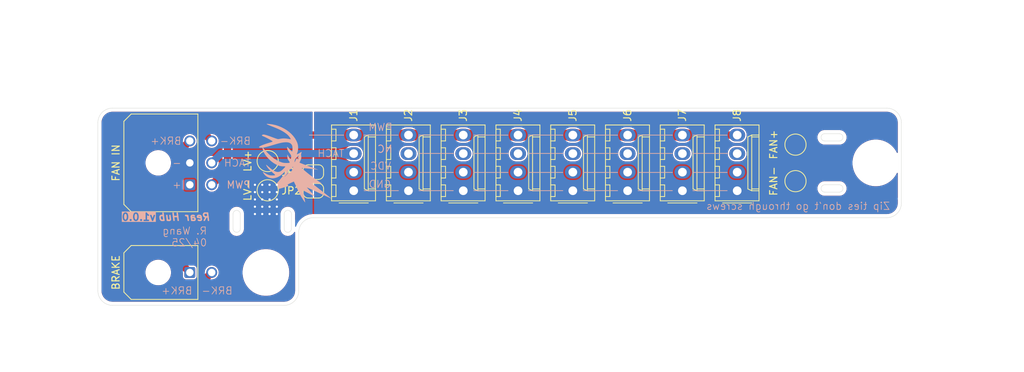
<source format=kicad_pcb>
(kicad_pcb (version 20240108) (generator "pcbnew") (generator_version "8.0")
  (layers (0 "F.Cu" signal) (31 "B.Cu" signal) (34 "B.Paste" user) (35 "F.Paste" user) (36 "B.SilkS" user "B.Silkscreen") (37 "F.SilkS" user "F.Silkscreen") (38 "B.Mask" user) (39 "F.Mask" user) (44 "Edge.Cuts" user))
  (net 0 "")
  (net 1 "GND")
  (net 2 "/TACH")
  (net 3 "/PWM")
  (net 4 "+VDC")
  (net 12 "PGND")
  (net 13 "+12V")
  (net 14 "/BRK-")
  (net 15 "/BRK+")
  (footprint "Connector_Molex:Molex_Micro-Fit_3.0_43045-0200_2x01_P3.00mm_Horizontal" (layer "F.Cu") (at 105.085 92.5 90)
    (property "Reference" "BRAKE" (at 0 -10.12 90) (layer "F.SilkS"))
    (property "Value" "Molex 43045-0200")
    (pad "" np_thru_hole circle (at 0 -4.32 90) (size 3 3) (drill 3) (layers "*.Cu" "*.Mask" "In1.Cu" "In2.Cu" "In3.Cu" "In4.Cu" "In5.Cu" "In6.Cu" "In7.Cu" "In8.Cu" "In9.Cu" "In10.Cu" "In11.Cu" "In12.Cu" "In13.Cu" "In14.Cu" "In15.Cu" "In16.Cu" "In17.Cu" "In18.Cu" "In19.Cu" "In20.Cu" "In21.Cu" "In22.Cu" "In23.Cu" "In24.Cu" "In25.Cu" "In26.Cu" "In27.Cu" "In28.Cu" "In29.Cu" "In30.Cu"))
    (pad "1" thru_hole roundrect (at 0 0 90) (size 1.5 1.5) (drill 1.02) (layers "*.Cu" "*.Mask" "In1.Cu" "In2.Cu" "In3.Cu" "In4.Cu" "In5.Cu" "In6.Cu" "In7.Cu" "In8.Cu" "In9.Cu" "In10.Cu" "In11.Cu" "In12.Cu" "In13.Cu" "In14.Cu" "In15.Cu" "In16.Cu" "In17.Cu" "In18.Cu" "In19.Cu" "In20.Cu" "In21.Cu" "In22.Cu" "In23.Cu" "In24.Cu" "In25.Cu" "In26.Cu" "In27.Cu" "In28.Cu" "In29.Cu" "In30.Cu") (roundrect_rratio 0.166667) (net 15 "/BRK+"))
    (pad "2" thru_hole circle (at 0 3 90) (size 1.5 1.5) (drill 1.02) (layers "*.Cu" "*.Mask" "In1.Cu" "In2.Cu" "In3.Cu" "In4.Cu" "In5.Cu" "In6.Cu" "In7.Cu" "In8.Cu" "In9.Cu" "In10.Cu" "In11.Cu" "In12.Cu" "In13.Cu" "In14.Cu" "In15.Cu" "In16.Cu" "In17.Cu" "In18.Cu" "In19.Cu" "In20.Cu" "In21.Cu" "In22.Cu" "In23.Cu" "In24.Cu" "In25.Cu" "In26.Cu" "In27.Cu" "In28.Cu" "In29.Cu" "In30.Cu") (net 14 "/BRK-"))
  )
  (footprint "MountingHole:MountingHole_3.2mm_M3_DIN965" (layer "F.Cu") (at 115.5 92.5)
    (property "Reference" "H1" (hide yes))
    (property "Value" "MountingHole")
    (pad "" np_thru_hole circle (at 0 0) (size 3.2 3.2) (drill 3.2) (layers "*.Cu" "*.Mask" "In1.Cu" "In2.Cu" "In3.Cu" "In4.Cu" "In5.Cu" "In6.Cu" "In7.Cu" "In8.Cu" "In9.Cu" "In10.Cu" "In11.Cu" "In12.Cu" "In13.Cu" "In14.Cu" "In15.Cu" "In16.Cu" "In17.Cu" "In18.Cu" "In19.Cu" "In20.Cu" "In21.Cu" "In22.Cu" "In23.Cu" "In24.Cu" "In25.Cu" "In26.Cu" "In27.Cu" "In28.Cu" "In29.Cu" "In30.Cu"))
  )
  (footprint "Connector_Molex:Molex_KK-254_AE-6410-04A_1x04_P2.54mm_Vertical" (layer "F.Cu") (at 172.52 81.31 90)
    (property "Reference" "J7" (at 10.31 -0.02 90) (layer "F.SilkS"))
    (property "Value" "Molex KK 254")
    (pad "1" thru_hole roundrect (at 0 0 90) (size 1.74 2.19) (drill 1.19) (layers "*.Cu" "*.Mask" "In1.Cu" "In2.Cu" "In3.Cu" "In4.Cu" "In5.Cu" "In6.Cu" "In7.Cu" "In8.Cu" "In9.Cu" "In10.Cu" "In11.Cu" "In12.Cu" "In13.Cu" "In14.Cu" "In15.Cu" "In16.Cu" "In17.Cu" "In18.Cu" "In19.Cu" "In20.Cu" "In21.Cu" "In22.Cu" "In23.Cu" "In24.Cu" "In25.Cu" "In26.Cu" "In27.Cu" "In28.Cu" "In29.Cu" "In30.Cu") (roundrect_rratio 0.143678) (net 12 "PGND"))
    (pad "2" thru_hole oval (at 2.54 0 90) (size 1.74 2.19) (drill 1.19) (layers "*.Cu" "*.Mask" "In1.Cu" "In2.Cu" "In3.Cu" "In4.Cu" "In5.Cu" "In6.Cu" "In7.Cu" "In8.Cu" "In9.Cu" "In10.Cu" "In11.Cu" "In12.Cu" "In13.Cu" "In14.Cu" "In15.Cu" "In16.Cu" "In17.Cu" "In18.Cu" "In19.Cu" "In20.Cu" "In21.Cu" "In22.Cu" "In23.Cu" "In24.Cu" "In25.Cu" "In26.Cu" "In27.Cu" "In28.Cu" "In29.Cu" "In30.Cu") (net 4 "+VDC"))
    (pad "3" thru_hole oval (at 5.08 0 90) (size 1.74 2.19) (drill 1.19) (layers "*.Cu" "*.Mask" "In1.Cu" "In2.Cu" "In3.Cu" "In4.Cu" "In5.Cu" "In6.Cu" "In7.Cu" "In8.Cu" "In9.Cu" "In10.Cu" "In11.Cu" "In12.Cu" "In13.Cu" "In14.Cu" "In15.Cu" "In16.Cu" "In17.Cu" "In18.Cu" "In19.Cu" "In20.Cu" "In21.Cu" "In22.Cu" "In23.Cu" "In24.Cu" "In25.Cu" "In26.Cu" "In27.Cu" "In28.Cu" "In29.Cu" "In30.Cu"))
    (pad "4" thru_hole oval (at 7.62 0 90) (size 1.74 2.19) (drill 1.19) (layers "*.Cu" "*.Mask" "In1.Cu" "In2.Cu" "In3.Cu" "In4.Cu" "In5.Cu" "In6.Cu" "In7.Cu" "In8.Cu" "In9.Cu" "In10.Cu" "In11.Cu" "In12.Cu" "In13.Cu" "In14.Cu" "In15.Cu" "In16.Cu" "In17.Cu" "In18.Cu" "In19.Cu" "In20.Cu" "In21.Cu" "In22.Cu" "In23.Cu" "In24.Cu" "In25.Cu" "In26.Cu" "In27.Cu" "In28.Cu" "In29.Cu" "In30.Cu") (net 3 "/PWM"))
  )
  (footprint "MountingHole:MountingHole_3.2mm_M3_DIN965" (layer "F.Cu") (at 199 77.5)
    (property "Reference" "H2" (hide yes))
    (property "Value" "MountingHole")
    (pad "" np_thru_hole circle (at 0 0) (size 3.2 3.2) (drill 3.2) (layers "*.Cu" "*.Mask" "In1.Cu" "In2.Cu" "In3.Cu" "In4.Cu" "In5.Cu" "In6.Cu" "In7.Cu" "In8.Cu" "In9.Cu" "In10.Cu" "In11.Cu" "In12.Cu" "In13.Cu" "In14.Cu" "In15.Cu" "In16.Cu" "In17.Cu" "In18.Cu" "In19.Cu" "In20.Cu" "In21.Cu" "In22.Cu" "In23.Cu" "In24.Cu" "In25.Cu" "In26.Cu" "In27.Cu" "In28.Cu" "In29.Cu" "In30.Cu"))
  )
  (footprint "Connector_Molex:Molex_KK-254_AE-6410-04A_1x04_P2.54mm_Vertical" (layer "F.Cu") (at 150.02 81.31 90)
    (property "Reference" "J4" (at 10.31 -0.02 90) (layer "F.SilkS"))
    (property "Value" "Molex KK 254")
    (pad "1" thru_hole roundrect (at 0 0 90) (size 1.74 2.19) (drill 1.19) (layers "*.Cu" "*.Mask" "In1.Cu" "In2.Cu" "In3.Cu" "In4.Cu" "In5.Cu" "In6.Cu" "In7.Cu" "In8.Cu" "In9.Cu" "In10.Cu" "In11.Cu" "In12.Cu" "In13.Cu" "In14.Cu" "In15.Cu" "In16.Cu" "In17.Cu" "In18.Cu" "In19.Cu" "In20.Cu" "In21.Cu" "In22.Cu" "In23.Cu" "In24.Cu" "In25.Cu" "In26.Cu" "In27.Cu" "In28.Cu" "In29.Cu" "In30.Cu") (roundrect_rratio 0.143678) (net 12 "PGND"))
    (pad "2" thru_hole oval (at 2.54 0 90) (size 1.74 2.19) (drill 1.19) (layers "*.Cu" "*.Mask" "In1.Cu" "In2.Cu" "In3.Cu" "In4.Cu" "In5.Cu" "In6.Cu" "In7.Cu" "In8.Cu" "In9.Cu" "In10.Cu" "In11.Cu" "In12.Cu" "In13.Cu" "In14.Cu" "In15.Cu" "In16.Cu" "In17.Cu" "In18.Cu" "In19.Cu" "In20.Cu" "In21.Cu" "In22.Cu" "In23.Cu" "In24.Cu" "In25.Cu" "In26.Cu" "In27.Cu" "In28.Cu" "In29.Cu" "In30.Cu") (net 4 "+VDC"))
    (pad "3" thru_hole oval (at 5.08 0 90) (size 1.74 2.19) (drill 1.19) (layers "*.Cu" "*.Mask" "In1.Cu" "In2.Cu" "In3.Cu" "In4.Cu" "In5.Cu" "In6.Cu" "In7.Cu" "In8.Cu" "In9.Cu" "In10.Cu" "In11.Cu" "In12.Cu" "In13.Cu" "In14.Cu" "In15.Cu" "In16.Cu" "In17.Cu" "In18.Cu" "In19.Cu" "In20.Cu" "In21.Cu" "In22.Cu" "In23.Cu" "In24.Cu" "In25.Cu" "In26.Cu" "In27.Cu" "In28.Cu" "In29.Cu" "In30.Cu"))
    (pad "4" thru_hole oval (at 7.62 0 90) (size 1.74 2.19) (drill 1.19) (layers "*.Cu" "*.Mask" "In1.Cu" "In2.Cu" "In3.Cu" "In4.Cu" "In5.Cu" "In6.Cu" "In7.Cu" "In8.Cu" "In9.Cu" "In10.Cu" "In11.Cu" "In12.Cu" "In13.Cu" "In14.Cu" "In15.Cu" "In16.Cu" "In17.Cu" "In18.Cu" "In19.Cu" "In20.Cu" "In21.Cu" "In22.Cu" "In23.Cu" "In24.Cu" "In25.Cu" "In26.Cu" "In27.Cu" "In28.Cu" "In29.Cu" "In30.Cu") (net 3 "/PWM"))
  )
  (footprint "Jumper:SolderJumper-2_P1.3mm_Open_RoundedPad1.0x1.5mm" (layer "F.Cu") (at 122 78.76)
    (property "Reference" "JP1" (at -3 0 180) (layer "F.SilkS"))
    (property "Value" "Power Select")
    (pad "1" smd custom (at -0.65 0) (size 1 0.5) (layers "F.Cu" "F.Mask") (net 13 "+12V") (options (clearance outline) (anchor rect)) (primitives (gr_circle (center 0 0.25) (end 0.5 0.25) (width 0) (fill yes)) (gr_circle (center 0 -0.25) (end 0.5 -0.25) (width 0) (fill yes)) (gr_poly (pts (xy 0.5 0.75) (xy 0 0.75) (xy 0 -0.75) (xy 0.5 -0.75)) (width 0) (fill yes))))
    (pad "2" smd custom (at 0.65 0) (size 1 0.5) (layers "F.Cu" "F.Mask") (net 4 "+VDC") (options (clearance outline) (anchor rect)) (primitives (gr_circle (center 0 0.25) (end 0.5 0.25) (width 0) (fill yes)) (gr_circle (center 0 -0.25) (end 0.5 -0.25) (width 0) (fill yes)) (gr_poly (pts (xy 0 0.75) (xy -0.5 0.75) (xy -0.5 -0.75) (xy 0 -0.75)) (width 0) (fill yes))))
  )
  (footprint "Connector_Molex:Molex_KK-254_AE-6410-04A_1x04_P2.54mm_Vertical" (layer "F.Cu") (at 165.02 81.31 90)
    (property "Reference" "J6" (at 10.31 -0.02 90) (layer "F.SilkS"))
    (property "Value" "Molex KK 254")
    (pad "1" thru_hole roundrect (at 0 0 90) (size 1.74 2.19) (drill 1.19) (layers "*.Cu" "*.Mask" "In1.Cu" "In2.Cu" "In3.Cu" "In4.Cu" "In5.Cu" "In6.Cu" "In7.Cu" "In8.Cu" "In9.Cu" "In10.Cu" "In11.Cu" "In12.Cu" "In13.Cu" "In14.Cu" "In15.Cu" "In16.Cu" "In17.Cu" "In18.Cu" "In19.Cu" "In20.Cu" "In21.Cu" "In22.Cu" "In23.Cu" "In24.Cu" "In25.Cu" "In26.Cu" "In27.Cu" "In28.Cu" "In29.Cu" "In30.Cu") (roundrect_rratio 0.143678) (net 12 "PGND"))
    (pad "2" thru_hole oval (at 2.54 0 90) (size 1.74 2.19) (drill 1.19) (layers "*.Cu" "*.Mask" "In1.Cu" "In2.Cu" "In3.Cu" "In4.Cu" "In5.Cu" "In6.Cu" "In7.Cu" "In8.Cu" "In9.Cu" "In10.Cu" "In11.Cu" "In12.Cu" "In13.Cu" "In14.Cu" "In15.Cu" "In16.Cu" "In17.Cu" "In18.Cu" "In19.Cu" "In20.Cu" "In21.Cu" "In22.Cu" "In23.Cu" "In24.Cu" "In25.Cu" "In26.Cu" "In27.Cu" "In28.Cu" "In29.Cu" "In30.Cu") (net 4 "+VDC"))
    (pad "3" thru_hole oval (at 5.08 0 90) (size 1.74 2.19) (drill 1.19) (layers "*.Cu" "*.Mask" "In1.Cu" "In2.Cu" "In3.Cu" "In4.Cu" "In5.Cu" "In6.Cu" "In7.Cu" "In8.Cu" "In9.Cu" "In10.Cu" "In11.Cu" "In12.Cu" "In13.Cu" "In14.Cu" "In15.Cu" "In16.Cu" "In17.Cu" "In18.Cu" "In19.Cu" "In20.Cu" "In21.Cu" "In22.Cu" "In23.Cu" "In24.Cu" "In25.Cu" "In26.Cu" "In27.Cu" "In28.Cu" "In29.Cu" "In30.Cu"))
    (pad "4" thru_hole oval (at 7.62 0 90) (size 1.74 2.19) (drill 1.19) (layers "*.Cu" "*.Mask" "In1.Cu" "In2.Cu" "In3.Cu" "In4.Cu" "In5.Cu" "In6.Cu" "In7.Cu" "In8.Cu" "In9.Cu" "In10.Cu" "In11.Cu" "In12.Cu" "In13.Cu" "In14.Cu" "In15.Cu" "In16.Cu" "In17.Cu" "In18.Cu" "In19.Cu" "In20.Cu" "In21.Cu" "In22.Cu" "In23.Cu" "In24.Cu" "In25.Cu" "In26.Cu" "In27.Cu" "In28.Cu" "In29.Cu" "In30.Cu") (net 3 "/PWM"))
  )
  (footprint "TestPoint:TestPoint_Pad_D2.5mm" (layer "F.Cu") (at 115.75 81.25 90)
    (property "Reference" "LV-" (at 0 -2.748 90) (layer "F.SilkS"))
    (property "Value" "LV_GND")
    (pad "1" smd circle (at 0 0 90) (size 2.5 2.5) (layers "F.Cu" "F.Mask") (net 1 "GND"))
  )
  (footprint "Connector_Molex:Molex_KK-254_AE-6410-04A_1x04_P2.54mm_Vertical" (layer "F.Cu") (at 180.02 81.31 90)
    (property "Reference" "J8" (at 10.31 -0.02 90) (layer "F.SilkS"))
    (property "Value" "Molex KK 254")
    (pad "1" thru_hole roundrect (at 0 0 90) (size 1.74 2.19) (drill 1.19) (layers "*.Cu" "*.Mask" "In1.Cu" "In2.Cu" "In3.Cu" "In4.Cu" "In5.Cu" "In6.Cu" "In7.Cu" "In8.Cu" "In9.Cu" "In10.Cu" "In11.Cu" "In12.Cu" "In13.Cu" "In14.Cu" "In15.Cu" "In16.Cu" "In17.Cu" "In18.Cu" "In19.Cu" "In20.Cu" "In21.Cu" "In22.Cu" "In23.Cu" "In24.Cu" "In25.Cu" "In26.Cu" "In27.Cu" "In28.Cu" "In29.Cu" "In30.Cu") (roundrect_rratio 0.143678) (net 12 "PGND"))
    (pad "2" thru_hole oval (at 2.54 0 90) (size 1.74 2.19) (drill 1.19) (layers "*.Cu" "*.Mask" "In1.Cu" "In2.Cu" "In3.Cu" "In4.Cu" "In5.Cu" "In6.Cu" "In7.Cu" "In8.Cu" "In9.Cu" "In10.Cu" "In11.Cu" "In12.Cu" "In13.Cu" "In14.Cu" "In15.Cu" "In16.Cu" "In17.Cu" "In18.Cu" "In19.Cu" "In20.Cu" "In21.Cu" "In22.Cu" "In23.Cu" "In24.Cu" "In25.Cu" "In26.Cu" "In27.Cu" "In28.Cu" "In29.Cu" "In30.Cu") (net 4 "+VDC"))
    (pad "3" thru_hole oval (at 5.08 0 90) (size 1.74 2.19) (drill 1.19) (layers "*.Cu" "*.Mask" "In1.Cu" "In2.Cu" "In3.Cu" "In4.Cu" "In5.Cu" "In6.Cu" "In7.Cu" "In8.Cu" "In9.Cu" "In10.Cu" "In11.Cu" "In12.Cu" "In13.Cu" "In14.Cu" "In15.Cu" "In16.Cu" "In17.Cu" "In18.Cu" "In19.Cu" "In20.Cu" "In21.Cu" "In22.Cu" "In23.Cu" "In24.Cu" "In25.Cu" "In26.Cu" "In27.Cu" "In28.Cu" "In29.Cu" "In30.Cu"))
    (pad "4" thru_hole oval (at 7.62 0 90) (size 1.74 2.19) (drill 1.19) (layers "*.Cu" "*.Mask" "In1.Cu" "In2.Cu" "In3.Cu" "In4.Cu" "In5.Cu" "In6.Cu" "In7.Cu" "In8.Cu" "In9.Cu" "In10.Cu" "In11.Cu" "In12.Cu" "In13.Cu" "In14.Cu" "In15.Cu" "In16.Cu" "In17.Cu" "In18.Cu" "In19.Cu" "In20.Cu" "In21.Cu" "In22.Cu" "In23.Cu" "In24.Cu" "In25.Cu" "In26.Cu" "In27.Cu" "In28.Cu" "In29.Cu" "In30.Cu") (net 3 "/PWM"))
  )
  (footprint "Connector_Molex:Molex_KK-254_AE-6410-04A_1x04_P2.54mm_Vertical" (layer "F.Cu") (at 135.02 81.31 90)
    (property "Reference" "J2" (at 10.31 -0.02 90) (layer "F.SilkS"))
    (property "Value" "Molex KK 254")
    (pad "1" thru_hole roundrect (at 0 0 90) (size 1.74 2.19) (drill 1.19) (layers "*.Cu" "*.Mask" "In1.Cu" "In2.Cu" "In3.Cu" "In4.Cu" "In5.Cu" "In6.Cu" "In7.Cu" "In8.Cu" "In9.Cu" "In10.Cu" "In11.Cu" "In12.Cu" "In13.Cu" "In14.Cu" "In15.Cu" "In16.Cu" "In17.Cu" "In18.Cu" "In19.Cu" "In20.Cu" "In21.Cu" "In22.Cu" "In23.Cu" "In24.Cu" "In25.Cu" "In26.Cu" "In27.Cu" "In28.Cu" "In29.Cu" "In30.Cu") (roundrect_rratio 0.143678) (net 12 "PGND"))
    (pad "2" thru_hole oval (at 2.54 0 90) (size 1.74 2.19) (drill 1.19) (layers "*.Cu" "*.Mask" "In1.Cu" "In2.Cu" "In3.Cu" "In4.Cu" "In5.Cu" "In6.Cu" "In7.Cu" "In8.Cu" "In9.Cu" "In10.Cu" "In11.Cu" "In12.Cu" "In13.Cu" "In14.Cu" "In15.Cu" "In16.Cu" "In17.Cu" "In18.Cu" "In19.Cu" "In20.Cu" "In21.Cu" "In22.Cu" "In23.Cu" "In24.Cu" "In25.Cu" "In26.Cu" "In27.Cu" "In28.Cu" "In29.Cu" "In30.Cu") (net 4 "+VDC"))
    (pad "3" thru_hole oval (at 5.08 0 90) (size 1.74 2.19) (drill 1.19) (layers "*.Cu" "*.Mask" "In1.Cu" "In2.Cu" "In3.Cu" "In4.Cu" "In5.Cu" "In6.Cu" "In7.Cu" "In8.Cu" "In9.Cu" "In10.Cu" "In11.Cu" "In12.Cu" "In13.Cu" "In14.Cu" "In15.Cu" "In16.Cu" "In17.Cu" "In18.Cu" "In19.Cu" "In20.Cu" "In21.Cu" "In22.Cu" "In23.Cu" "In24.Cu" "In25.Cu" "In26.Cu" "In27.Cu" "In28.Cu" "In29.Cu" "In30.Cu"))
    (pad "4" thru_hole oval (at 7.62 0 90) (size 1.74 2.19) (drill 1.19) (layers "*.Cu" "*.Mask" "In1.Cu" "In2.Cu" "In3.Cu" "In4.Cu" "In5.Cu" "In6.Cu" "In7.Cu" "In8.Cu" "In9.Cu" "In10.Cu" "In11.Cu" "In12.Cu" "In13.Cu" "In14.Cu" "In15.Cu" "In16.Cu" "In17.Cu" "In18.Cu" "In19.Cu" "In20.Cu" "In21.Cu" "In22.Cu" "In23.Cu" "In24.Cu" "In25.Cu" "In26.Cu" "In27.Cu" "In28.Cu" "In29.Cu" "In30.Cu") (net 3 "/PWM"))
  )
  (footprint "TestPoint:TestPoint_Pad_D2.5mm" (layer "F.Cu") (at 115.75 77.25 90)
    (property "Reference" "LV+" (at 0 -2.748 90) (layer "F.SilkS"))
    (property "Value" "FAN_EXC")
    (pad "1" smd circle (at 0 0 90) (size 2.5 2.5) (layers "F.Cu" "F.Mask") (net 13 "+12V"))
  )
  (footprint "Jumper:SolderJumper-2_P1.3mm_Open_RoundedPad1.0x1.5mm" (layer "F.Cu") (at 122 81.31)
    (property "Reference" "JP2" (at -3 0 180) (layer "F.SilkS"))
    (property "Value" "Power Select")
    (pad "1" smd custom (at -0.65 0) (size 1 0.5) (layers "F.Cu" "F.Mask") (net 1 "GND") (options (clearance outline) (anchor rect)) (primitives (gr_circle (center 0 0.25) (end 0.5 0.25) (width 0) (fill yes)) (gr_circle (center 0 -0.25) (end 0.5 -0.25) (width 0) (fill yes)) (gr_poly (pts (xy 0.5 0.75) (xy 0 0.75) (xy 0 -0.75) (xy 0.5 -0.75)) (width 0) (fill yes))))
    (pad "2" smd custom (at 0.65 0) (size 1 0.5) (layers "F.Cu" "F.Mask") (net 12 "PGND") (options (clearance outline) (anchor rect)) (primitives (gr_circle (center 0 0.25) (end 0.5 0.25) (width 0) (fill yes)) (gr_circle (center 0 -0.25) (end 0.5 -0.25) (width 0) (fill yes)) (gr_poly (pts (xy 0 0.75) (xy -0.5 0.75) (xy -0.5 -0.75) (xy 0 -0.75)) (width 0) (fill yes))))
  )
  (footprint "Connector_Molex:Molex_KK-254_AE-6410-04A_1x04_P2.54mm_Vertical" (layer "F.Cu") (at 157.52 81.31 90)
    (property "Reference" "J5" (at 10.31 -0.02 90) (layer "F.SilkS"))
    (property "Value" "Molex KK 254")
    (pad "1" thru_hole roundrect (at 0 0 90) (size 1.74 2.19) (drill 1.19) (layers "*.Cu" "*.Mask" "In1.Cu" "In2.Cu" "In3.Cu" "In4.Cu" "In5.Cu" "In6.Cu" "In7.Cu" "In8.Cu" "In9.Cu" "In10.Cu" "In11.Cu" "In12.Cu" "In13.Cu" "In14.Cu" "In15.Cu" "In16.Cu" "In17.Cu" "In18.Cu" "In19.Cu" "In20.Cu" "In21.Cu" "In22.Cu" "In23.Cu" "In24.Cu" "In25.Cu" "In26.Cu" "In27.Cu" "In28.Cu" "In29.Cu" "In30.Cu") (roundrect_rratio 0.143678) (net 12 "PGND"))
    (pad "2" thru_hole oval (at 2.54 0 90) (size 1.74 2.19) (drill 1.19) (layers "*.Cu" "*.Mask" "In1.Cu" "In2.Cu" "In3.Cu" "In4.Cu" "In5.Cu" "In6.Cu" "In7.Cu" "In8.Cu" "In9.Cu" "In10.Cu" "In11.Cu" "In12.Cu" "In13.Cu" "In14.Cu" "In15.Cu" "In16.Cu" "In17.Cu" "In18.Cu" "In19.Cu" "In20.Cu" "In21.Cu" "In22.Cu" "In23.Cu" "In24.Cu" "In25.Cu" "In26.Cu" "In27.Cu" "In28.Cu" "In29.Cu" "In30.Cu") (net 4 "+VDC"))
    (pad "3" thru_hole oval (at 5.08 0 90) (size 1.74 2.19) (drill 1.19) (layers "*.Cu" "*.Mask" "In1.Cu" "In2.Cu" "In3.Cu" "In4.Cu" "In5.Cu" "In6.Cu" "In7.Cu" "In8.Cu" "In9.Cu" "In10.Cu" "In11.Cu" "In12.Cu" "In13.Cu" "In14.Cu" "In15.Cu" "In16.Cu" "In17.Cu" "In18.Cu" "In19.Cu" "In20.Cu" "In21.Cu" "In22.Cu" "In23.Cu" "In24.Cu" "In25.Cu" "In26.Cu" "In27.Cu" "In28.Cu" "In29.Cu" "In30.Cu"))
    (pad "4" thru_hole oval (at 7.62 0 90) (size 1.74 2.19) (drill 1.19) (layers "*.Cu" "*.Mask" "In1.Cu" "In2.Cu" "In3.Cu" "In4.Cu" "In5.Cu" "In6.Cu" "In7.Cu" "In8.Cu" "In9.Cu" "In10.Cu" "In11.Cu" "In12.Cu" "In13.Cu" "In14.Cu" "In15.Cu" "In16.Cu" "In17.Cu" "In18.Cu" "In19.Cu" "In20.Cu" "In21.Cu" "In22.Cu" "In23.Cu" "In24.Cu" "In25.Cu" "In26.Cu" "In27.Cu" "In28.Cu" "In29.Cu" "In30.Cu") (net 3 "/PWM"))
  )
  (footprint "Connector_Molex:Molex_Micro-Fit_3.0_43045-0600_2x03_P3.00mm_Horizontal" (layer "F.Cu") (at 105.085 80.495 90)
    (property "Reference" "FAN IN" (at 3 -10.12 90) (layer "F.SilkS"))
    (property "Value" "Molex 43045-0600")
    (pad "" np_thru_hole circle (at 3 -4.32 90) (size 3 3) (drill 3) (layers "*.Cu" "*.Mask" "In1.Cu" "In2.Cu" "In3.Cu" "In4.Cu" "In5.Cu" "In6.Cu" "In7.Cu" "In8.Cu" "In9.Cu" "In10.Cu" "In11.Cu" "In12.Cu" "In13.Cu" "In14.Cu" "In15.Cu" "In16.Cu" "In17.Cu" "In18.Cu" "In19.Cu" "In20.Cu" "In21.Cu" "In22.Cu" "In23.Cu" "In24.Cu" "In25.Cu" "In26.Cu" "In27.Cu" "In28.Cu" "In29.Cu" "In30.Cu"))
    (pad "1" thru_hole roundrect (at 0 0 90) (size 1.5 1.5) (drill 1.02) (layers "*.Cu" "*.Mask" "In1.Cu" "In2.Cu" "In3.Cu" "In4.Cu" "In5.Cu" "In6.Cu" "In7.Cu" "In8.Cu" "In9.Cu" "In10.Cu" "In11.Cu" "In12.Cu" "In13.Cu" "In14.Cu" "In15.Cu" "In16.Cu" "In17.Cu" "In18.Cu" "In19.Cu" "In20.Cu" "In21.Cu" "In22.Cu" "In23.Cu" "In24.Cu" "In25.Cu" "In26.Cu" "In27.Cu" "In28.Cu" "In29.Cu" "In30.Cu") (roundrect_rratio 0.166667) (net 13 "+12V"))
    (pad "2" thru_hole circle (at 3 0 90) (size 1.5 1.5) (drill 1.02) (layers "*.Cu" "*.Mask" "In1.Cu" "In2.Cu" "In3.Cu" "In4.Cu" "In5.Cu" "In6.Cu" "In7.Cu" "In8.Cu" "In9.Cu" "In10.Cu" "In11.Cu" "In12.Cu" "In13.Cu" "In14.Cu" "In15.Cu" "In16.Cu" "In17.Cu" "In18.Cu" "In19.Cu" "In20.Cu" "In21.Cu" "In22.Cu" "In23.Cu" "In24.Cu" "In25.Cu" "In26.Cu" "In27.Cu" "In28.Cu" "In29.Cu" "In30.Cu") (net 1 "GND"))
    (pad "3" thru_hole circle (at 6 0 90) (size 1.5 1.5) (drill 1.02) (layers "*.Cu" "*.Mask" "In1.Cu" "In2.Cu" "In3.Cu" "In4.Cu" "In5.Cu" "In6.Cu" "In7.Cu" "In8.Cu" "In9.Cu" "In10.Cu" "In11.Cu" "In12.Cu" "In13.Cu" "In14.Cu" "In15.Cu" "In16.Cu" "In17.Cu" "In18.Cu" "In19.Cu" "In20.Cu" "In21.Cu" "In22.Cu" "In23.Cu" "In24.Cu" "In25.Cu" "In26.Cu" "In27.Cu" "In28.Cu" "In29.Cu" "In30.Cu") (net 15 "/BRK+"))
    (pad "4" thru_hole circle (at 0 3 90) (size 1.5 1.5) (drill 1.02) (layers "*.Cu" "*.Mask" "In1.Cu" "In2.Cu" "In3.Cu" "In4.Cu" "In5.Cu" "In6.Cu" "In7.Cu" "In8.Cu" "In9.Cu" "In10.Cu" "In11.Cu" "In12.Cu" "In13.Cu" "In14.Cu" "In15.Cu" "In16.Cu" "In17.Cu" "In18.Cu" "In19.Cu" "In20.Cu" "In21.Cu" "In22.Cu" "In23.Cu" "In24.Cu" "In25.Cu" "In26.Cu" "In27.Cu" "In28.Cu" "In29.Cu" "In30.Cu") (net 3 "/PWM"))
    (pad "5" thru_hole circle (at 3 3 90) (size 1.5 1.5) (drill 1.02) (layers "*.Cu" "*.Mask" "In1.Cu" "In2.Cu" "In3.Cu" "In4.Cu" "In5.Cu" "In6.Cu" "In7.Cu" "In8.Cu" "In9.Cu" "In10.Cu" "In11.Cu" "In12.Cu" "In13.Cu" "In14.Cu" "In15.Cu" "In16.Cu" "In17.Cu" "In18.Cu" "In19.Cu" "In20.Cu" "In21.Cu" "In22.Cu" "In23.Cu" "In24.Cu" "In25.Cu" "In26.Cu" "In27.Cu" "In28.Cu" "In29.Cu" "In30.Cu") (net 2 "/TACH"))
    (pad "6" thru_hole circle (at 6 3 90) (size 1.5 1.5) (drill 1.02) (layers "*.Cu" "*.Mask" "In1.Cu" "In2.Cu" "In3.Cu" "In4.Cu" "In5.Cu" "In6.Cu" "In7.Cu" "In8.Cu" "In9.Cu" "In10.Cu" "In11.Cu" "In12.Cu" "In13.Cu" "In14.Cu" "In15.Cu" "In16.Cu" "In17.Cu" "In18.Cu" "In19.Cu" "In20.Cu" "In21.Cu" "In22.Cu" "In23.Cu" "In24.Cu" "In25.Cu" "In26.Cu" "In27.Cu" "In28.Cu" "In29.Cu" "In30.Cu") (net 14 "/BRK-"))
  )
  (footprint "TestPoint:TestPoint_Pad_D2.5mm" (layer "F.Cu") (at 188 80 90)
    (property "Reference" "FAN-" (at 0 -3 90) (layer "F.SilkS"))
    (property "Value" "Fan PWR-")
    (pad "1" smd circle (at 0 0 90) (size 2.5 2.5) (layers "F.Cu" "F.Mask") (net 12 "PGND"))
  )
  (footprint "Connector_Molex:Molex_KK-254_AE-6410-04A_1x04_P2.54mm_Vertical" (layer "F.Cu") (at 127.52 81.31 90)
    (property "Reference" "J1" (at 10.31 -0.02 90) (layer "F.SilkS"))
    (property "Value" "Molex KK 254")
    (pad "1" thru_hole roundrect (at 0 0 90) (size 1.74 2.19) (drill 1.19) (layers "*.Cu" "*.Mask" "In1.Cu" "In2.Cu" "In3.Cu" "In4.Cu" "In5.Cu" "In6.Cu" "In7.Cu" "In8.Cu" "In9.Cu" "In10.Cu" "In11.Cu" "In12.Cu" "In13.Cu" "In14.Cu" "In15.Cu" "In16.Cu" "In17.Cu" "In18.Cu" "In19.Cu" "In20.Cu" "In21.Cu" "In22.Cu" "In23.Cu" "In24.Cu" "In25.Cu" "In26.Cu" "In27.Cu" "In28.Cu" "In29.Cu" "In30.Cu") (roundrect_rratio 0.143678) (net 12 "PGND"))
    (pad "2" thru_hole oval (at 2.54 0 90) (size 1.74 2.19) (drill 1.19) (layers "*.Cu" "*.Mask" "In1.Cu" "In2.Cu" "In3.Cu" "In4.Cu" "In5.Cu" "In6.Cu" "In7.Cu" "In8.Cu" "In9.Cu" "In10.Cu" "In11.Cu" "In12.Cu" "In13.Cu" "In14.Cu" "In15.Cu" "In16.Cu" "In17.Cu" "In18.Cu" "In19.Cu" "In20.Cu" "In21.Cu" "In22.Cu" "In23.Cu" "In24.Cu" "In25.Cu" "In26.Cu" "In27.Cu" "In28.Cu" "In29.Cu" "In30.Cu") (net 4 "+VDC"))
    (pad "3" thru_hole oval (at 5.08 0 90) (size 1.74 2.19) (drill 1.19) (layers "*.Cu" "*.Mask" "In1.Cu" "In2.Cu" "In3.Cu" "In4.Cu" "In5.Cu" "In6.Cu" "In7.Cu" "In8.Cu" "In9.Cu" "In10.Cu" "In11.Cu" "In12.Cu" "In13.Cu" "In14.Cu" "In15.Cu" "In16.Cu" "In17.Cu" "In18.Cu" "In19.Cu" "In20.Cu" "In21.Cu" "In22.Cu" "In23.Cu" "In24.Cu" "In25.Cu" "In26.Cu" "In27.Cu" "In28.Cu" "In29.Cu" "In30.Cu") (net 2 "/TACH"))
    (pad "4" thru_hole oval (at 7.62 0 90) (size 1.74 2.19) (drill 1.19) (layers "*.Cu" "*.Mask" "In1.Cu" "In2.Cu" "In3.Cu" "In4.Cu" "In5.Cu" "In6.Cu" "In7.Cu" "In8.Cu" "In9.Cu" "In10.Cu" "In11.Cu" "In12.Cu" "In13.Cu" "In14.Cu" "In15.Cu" "In16.Cu" "In17.Cu" "In18.Cu" "In19.Cu" "In20.Cu" "In21.Cu" "In22.Cu" "In23.Cu" "In24.Cu" "In25.Cu" "In26.Cu" "In27.Cu" "In28.Cu" "In29.Cu" "In30.Cu") (net 3 "/PWM"))
  )
  (footprint "Connector_Molex:Molex_KK-254_AE-6410-04A_1x04_P2.54mm_Vertical" (layer "F.Cu") (at 142.52 81.31 90)
    (property "Reference" "J3" (at 10.31 -0.02 90) (layer "F.SilkS"))
    (property "Value" "Molex KK 254")
    (pad "1" thru_hole roundrect (at 0 0 90) (size 1.74 2.19) (drill 1.19) (layers "*.Cu" "*.Mask" "In1.Cu" "In2.Cu" "In3.Cu" "In4.Cu" "In5.Cu" "In6.Cu" "In7.Cu" "In8.Cu" "In9.Cu" "In10.Cu" "In11.Cu" "In12.Cu" "In13.Cu" "In14.Cu" "In15.Cu" "In16.Cu" "In17.Cu" "In18.Cu" "In19.Cu" "In20.Cu" "In21.Cu" "In22.Cu" "In23.Cu" "In24.Cu" "In25.Cu" "In26.Cu" "In27.Cu" "In28.Cu" "In29.Cu" "In30.Cu") (roundrect_rratio 0.143678) (net 12 "PGND"))
    (pad "2" thru_hole oval (at 2.54 0 90) (size 1.74 2.19) (drill 1.19) (layers "*.Cu" "*.Mask" "In1.Cu" "In2.Cu" "In3.Cu" "In4.Cu" "In5.Cu" "In6.Cu" "In7.Cu" "In8.Cu" "In9.Cu" "In10.Cu" "In11.Cu" "In12.Cu" "In13.Cu" "In14.Cu" "In15.Cu" "In16.Cu" "In17.Cu" "In18.Cu" "In19.Cu" "In20.Cu" "In21.Cu" "In22.Cu" "In23.Cu" "In24.Cu" "In25.Cu" "In26.Cu" "In27.Cu" "In28.Cu" "In29.Cu" "In30.Cu") (net 4 "+VDC"))
    (pad "3" thru_hole oval (at 5.08 0 90) (size 1.74 2.19) (drill 1.19) (layers "*.Cu" "*.Mask" "In1.Cu" "In2.Cu" "In3.Cu" "In4.Cu" "In5.Cu" "In6.Cu" "In7.Cu" "In8.Cu" "In9.Cu" "In10.Cu" "In11.Cu" "In12.Cu" "In13.Cu" "In14.Cu" "In15.Cu" "In16.Cu" "In17.Cu" "In18.Cu" "In19.Cu" "In20.Cu" "In21.Cu" "In22.Cu" "In23.Cu" "In24.Cu" "In25.Cu" "In26.Cu" "In27.Cu" "In28.Cu" "In29.Cu" "In30.Cu"))
    (pad "4" thru_hole oval (at 7.62 0 90) (size 1.74 2.19) (drill 1.19) (layers "*.Cu" "*.Mask" "In1.Cu" "In2.Cu" "In3.Cu" "In4.Cu" "In5.Cu" "In6.Cu" "In7.Cu" "In8.Cu" "In9.Cu" "In10.Cu" "In11.Cu" "In12.Cu" "In13.Cu" "In14.Cu" "In15.Cu" "In16.Cu" "In17.Cu" "In18.Cu" "In19.Cu" "In20.Cu" "In21.Cu" "In22.Cu" "In23.Cu" "In24.Cu" "In25.Cu" "In26.Cu" "In27.Cu" "In28.Cu" "In29.Cu" "In30.Cu") (net 3 "/PWM"))
  )
  (footprint "TestPoint:TestPoint_Pad_D2.5mm" (layer "F.Cu") (at 188 75 90)
    (property "Reference" "FAN+" (at 0 -2.998 90) (layer "F.SilkS"))
    (property "Value" "Fan PWR+")
    (pad "1" smd circle (at 0 0 90) (size 2.5 2.5) (layers "F.Cu" "F.Mask") (net 4 "+VDC"))
  )
  (footprint "sufst:stag-logo" (layer "B.Cu") (at 119.553608 77.54665 180)
    (property "Reference" "G***" (hide yes))
    (property "Value" "LOGO" (hide yes))
  )
  (gr_line (start 136.45 78.8) (end 141.15 78.8) (stroke (width 0.1)) (layer "B.SilkS"))
  (gr_line (start 166.45 73.7) (end 171.15 73.7) (stroke (width 0.1)) (layer "B.SilkS"))
  (gr_line (start 166.45 76.2) (end 171.15 76.2) (stroke (width 0.1)) (layer "B.SilkS"))
  (gr_line (start 158.95 78.8) (end 163.65 78.8) (stroke (width 0.1)) (layer "B.SilkS"))
  (gr_line (start 128.95 81.3) (end 133.65 81.3) (stroke (width 0.1)) (layer "B.SilkS"))
  (gr_line (start 151.45 81.3) (end 156.15 81.3) (stroke (width 0.1)) (layer "B.SilkS"))
  (gr_line (start 173.95 81.3) (end 178.65 81.3) (stroke (width 0.1)) (layer "B.SilkS"))
  (gr_line (start 143.95 76.2) (end 148.65 76.2) (stroke (width 0.1)) (layer "B.SilkS"))
  (gr_line (start 158.95 81.3) (end 163.65 81.3) (stroke (width 0.1)) (layer "B.SilkS"))
  (gr_line (start 151.45 78.8) (end 156.15 78.8) (stroke (width 0.1)) (layer "B.SilkS"))
  (gr_line (start 166.45 78.8) (end 171.15 78.8) (stroke (width 0.1)) (layer "B.SilkS"))
  (gr_line (start 158.95 76.2) (end 163.65 76.2) (stroke (width 0.1)) (layer "B.SilkS"))
  (gr_line (start 136.45 73.7) (end 141.15 73.7) (stroke (width 0.1)) (layer "B.SilkS"))
  (gr_line (start 151.45 76.2) (end 156.15 76.2) (stroke (width 0.1)) (layer "B.SilkS"))
  (gr_line (start 136.45 81.3) (end 141.15 81.3) (stroke (width 0.1)) (layer "B.SilkS"))
  (gr_line (start 143.95 73.7) (end 148.65 73.7) (stroke (width 0.1)) (layer "B.SilkS"))
  (gr_line (start 173.95 78.8) (end 178.65 78.8) (stroke (width 0.1)) (layer "B.SilkS"))
  (gr_line (start 158.95 73.7) (end 163.65 73.7) (stroke (width 0.1)) (layer "B.SilkS"))
  (gr_line (start 151.45 73.7) (end 156.15 73.7) (stroke (width 0.1)) (layer "B.SilkS"))
  (gr_line (start 143.95 81.3) (end 148.65 81.3) (stroke (width 0.1)) (layer "B.SilkS"))
  (gr_line (start 128.9 73.7) (end 133.6 73.7) (stroke (width 0.1)) (layer "B.SilkS"))
  (gr_line (start 143.95 78.8) (end 148.65 78.8) (stroke (width 0.1)) (layer "B.SilkS"))
  (gr_line (start 136.45 76.2) (end 141.15 76.2) (stroke (width 0.1)) (layer "B.SilkS"))
  (gr_line (start 173.95 76.2) (end 178.65 76.2) (stroke (width 0.1)) (layer "B.SilkS"))
  (gr_line (start 121.45 73.7) (end 126.15 73.7) (stroke (width 0.1)) (layer "B.SilkS"))
  (gr_line (start 173.95 73.7) (end 178.65 73.7) (stroke (width 0.1)) (layer "B.SilkS"))
  (gr_line (start 128.95 78.8) (end 133.65 78.8) (stroke (width 0.1)) (layer "B.SilkS"))
  (gr_line (start 166.45 81.3) (end 171.15 81.3) (stroke (width 0.1)) (layer "B.SilkS"))
  (gr_line (start 200.5 85) (end 122 85) (stroke (width 0.05)) (layer "Edge.Cuts"))
  (gr_line (start 118 97) (end 94.5 97) (stroke (width 0.05)) (layer "Edge.Cuts"))
  (gr_line (start 111 86.5) (end 111 84.5) (stroke (width 0.05)) (layer "Edge.Cuts"))
  (gr_arc (start 202.5 83) (mid 201.914214 84.414214) (end 200.5 85) (stroke (width 0.05)) (layer "Edge.Cuts"))
  (gr_arc (start 120 95) (mid 119.414214 96.414214) (end 118 97) (stroke (width 0.05)) (layer "Edge.Cuts"))
  (gr_arc (start 194 80.5) (mid 194.5 81) (end 194 81.5) (stroke (width 0.05)) (layer "Edge.Cuts"))
  (gr_arc (start 112 86.5) (mid 111.5 87) (end 111 86.5) (stroke (width 0.05)) (layer "Edge.Cuts"))
  (gr_arc (start 94.5 97) (mid 93.085786 96.414214) (end 92.5 95) (stroke (width 0.05)) (layer "Edge.Cuts"))
  (gr_line (start 118 86.5) (end 118 84.5) (stroke (width 0.05)) (layer "Edge.Cuts"))
  (gr_line (start 202.5 72) (end 202.5 83) (stroke (width 0.05)) (layer "Edge.Cuts"))
  (gr_line (start 112 84.5) (end 112 86.5) (stroke (width 0.05)) (layer "Edge.Cuts"))
  (gr_line (start 119 84.5) (end 119 86.5) (stroke (width 0.05)) (layer "Edge.Cuts"))
  (gr_line (start 194 81.5) (end 192 81.5) (stroke (width 0.05)) (layer "Edge.Cuts"))
  (gr_arc (start 119 86.5) (mid 118.5 87) (end 118 86.5) (stroke (width 0.05)) (layer "Edge.Cuts"))
  (gr_arc (start 120 87) (mid 120.585786 85.585786) (end 122 85) (stroke (width 0.05)) (layer "Edge.Cuts"))
  (gr_line (start 192 80.5) (end 194 80.5) (stroke (width 0.05)) (layer "Edge.Cuts"))
  (gr_arc (start 200.5 70) (mid 201.914214 70.585786) (end 202.5 72) (stroke (width 0.05)) (layer "Edge.Cuts"))
  (gr_arc (start 111 84.5) (mid 111.5 84) (end 112 84.5) (stroke (width 0.05)) (layer "Edge.Cuts"))
  (gr_line (start 192 73.5) (end 194 73.5) (stroke (width 0.05)) (layer "Edge.Cuts"))
  (gr_line (start 94.5 70) (end 200.5 70) (stroke (width 0.05)) (layer "Edge.Cuts"))
  (gr_arc (start 118 84.5) (mid 118.5 84) (end 119 84.5) (stroke (width 0.05)) (layer "Edge.Cuts"))
  (gr_line (start 92.5 95) (end 92.5 72) (stroke (width 0.05)) (layer "Edge.Cuts"))
  (gr_arc (start 192 74.5) (mid 191.5 74) (end 192 73.5) (stroke (width 0.05)) (layer "Edge.Cuts"))
  (gr_line (start 120 87) (end 120 95) (stroke (width 0.05)) (layer "Edge.Cuts"))
  (gr_arc (start 194 73.5) (mid 194.5 74) (end 194 74.5) (stroke (width 0.05)) (layer "Edge.Cuts"))
  (gr_arc (start 92.5 72) (mid 93.085786 70.585786) (end 94.5 70) (stroke (width 0.05)) (layer "Edge.Cuts"))
  (gr_arc (start 192 81.5) (mid 191.5 81) (end 192 80.5) (stroke (width 0.05)) (layer "Edge.Cuts"))
  (gr_line (start 194 74.5) (end 192 74.5) (stroke (width 0.05)) (layer "Edge.Cuts"))
  (gr_text "BRK+" (at 105.5 95 0) (layer "B.SilkS") (effects (font (size 1 1) (thickness 0.1)) (justify left mirror)))
  (gr_text "+" (at 104 80.5 0) (layer "B.SilkS") (effects (font (size 1 1) (thickness 0.1)) (justify left mirror)))
  (gr_text "NC" (at 132.9 75.6 0) (layer "B.SilkS") (effects (font (size 1 1) (thickness 0.125)) (justify left mirror)))
  (gr_text "VDC" (at 132.7 78.5 0) (layer "B.SilkS") (effects (font (size 1 1) (thickness 0.1)) (justify left bottom mirror)))
  (gr_text "Rear Hub" (at 108 85.5 0) (layer "B.SilkS") (effects (font (size 1 1) (thickness 0.2) (bold yes) (italic yes)) (justify left bottom mirror)))
  (gr_text "BRK-" (at 111 95 0) (layer "B.SilkS") (effects (font (size 1 1) (thickness 0.1)) (justify left mirror)))
  (gr_text "PWM" (at 132.9 73.2 0) (layer "B.SilkS") (effects (font (size 1 1) (thickness 0.1)) (justify left bottom mirror)))
  (gr_text "GND" (at 132.7 81 0) (layer "B.SilkS") (effects (font (size 1 1) (thickness 0.1)) (justify left bottom mirror)))
  (gr_text "BRK-" (at 113.5 74.5 0) (layer "B.SilkS") (effects (font (size 1 1) (thickness 0.1)) (justify left mirror)))
  (gr_text "v1.0.0" (at 100.5 85.5 0) (layer "B.SilkS" knockout) (effects (font (size 1 1) (thickness 0.2) (bold yes)) (justify left bottom mirror)))
  (gr_text "Zip ties don't go through screws" (at 201 84 0) (layer "B.SilkS") (effects (font (size 1 1) (thickness 0.1)) (justify left bottom mirror)))
  (gr_text "TACH" (at 113.5 77.5 0) (layer "B.SilkS") (effects (font (size 1 1) (thickness 0.1)) (justify left mirror)))
  (gr_text "TACH" (at 124.4 76.2 0) (layer "B.SilkS") (effects (font (size 1 1) (thickness 0.1)) (justify mirror)))
  (gr_text "BRK+" (at 104 74.5 0) (layer "B.SilkS") (effects (font (size 1 1) (thickness 0.1)) (justify left mirror)))
  (gr_text "-" (at 104 77.5 0) (layer "B.SilkS") (effects (font (size 1 1) (thickness 0.1)) (justify left mirror)))
  (gr_text "PWM" (at 113.5 80.5 0) (layer "B.SilkS") (effects (font (size 1 1) (thickness 0.125)) (justify left mirror)))
  (gr_text "R. Wang\n04/25" (at 107.5 89 0) (layer "B.SilkS") (effects (font (size 1 1) (thickness 0.1)) (justify left bottom mirror)))
  (via (at 116 84.5) (size 0.6) (drill 0.3) (layers "F.Cu" "B.Cu") (net 1))
  (via (at 116 80.5) (size 0.6) (drill 0.3) (layers "F.Cu" "B.Cu") (net 1))
  (via (at 114 81.5) (size 0.6) (drill 0.3) (layers "F.Cu" "B.Cu") (net 1))
  (via (at 114 83.5) (size 0.6) (drill 0.3) (layers "F.Cu" "B.Cu") (net 1))
  (via (at 117 84.5) (size 0.6) (drill 0.3) (layers "F.Cu" "B.Cu") (net 1))
  (via (at 116 82.5) (size 0.6) (drill 0.3) (layers "F.Cu" "B.Cu") (net 1))
  (via (at 114 80.5) (size 0.6) (drill 0.3) (layers "F.Cu" "B.Cu") (net 1))
  (via (at 115 80.5) (size 0.6) (drill 0.3) (layers "F.Cu" "B.Cu") (net 1))
  (via (at 117 81.5) (size 0.6) (drill 0.3) (layers "F.Cu" "B.Cu") (net 1))
  (via (at 117 80.5) (size 0.6) (drill 0.3) (layers "F.Cu" "B.Cu") (net 1))
  (via (at 115 81.5) (size 0.6) (drill 0.3) (layers "F.Cu" "B.Cu") (net 1))
  (via (at 115 84.5) (size 0.6) (drill 0.3) (layers "F.Cu" "B.Cu") (net 1))
  (via (at 116 81.5) (size 0.6) (drill 0.3) (layers "F.Cu" "B.Cu") (net 1))
  (via (at 114 84.5) (size 0.6) (drill 0.3) (layers "F.Cu" "B.Cu") (net 1))
  (via (at 117 82.5) (size 0.6) (drill 0.3) (layers "F.Cu" "B.Cu") (net 1))
  (via (at 114 82.5) (size 0.6) (drill 0.3) (layers "F.Cu" "B.Cu") (net 1))
  (via (at 117 83.5) (size 0.6) (drill 0.3) (layers "F.Cu" "B.Cu") (net 1))
  (via (at 115 82.5) (size 0.6) (drill 0.3) (layers "F.Cu" "B.Cu") (net 1))
  (via (at 115 83.5) (size 0.6) (drill 0.3) (layers "F.Cu" "B.Cu") (net 1))
  (via (at 116 83.5) (size 0.6) (drill 0.3) (layers "F.Cu" "B.Cu") (net 1))
  (segment (start 127.52 76.23) (end 109.35 76.23) (width 1) (layer "B.Cu") (net 2))
  (segment (start 109.35 76.23) (end 108.085 77.495) (width 1) (layer "B.Cu") (net 2))
  (segment (start 111.81 73.69) (end 127.52 73.69) (width 1) (layer "F.Cu") (net 3))
  (segment (start 110.25 78.33) (end 110.25 75.25) (width 1) (layer "F.Cu") (net 3))
  (segment (start 172.52 73.69) (end 180.02 73.69) (width 1) (layer "F.Cu") (net 3))
  (segment (start 157.52 73.69) (end 165.02 73.69) (width 1) (layer "F.Cu") (net 3))
  (segment (start 150.02 73.69) (end 157.52 73.69) (width 1) (layer "F.Cu") (net 3))
  (segment (start 142.52 73.69) (end 150.02 73.69) (width 1) (layer "F.Cu") (net 3))
  (segment (start 135.02 73.69) (end 142.52 73.69) (width 1) (layer "F.Cu") (net 3))
  (segment (start 127.52 73.69) (end 135.02 73.69) (width 1) (layer "F.Cu") (net 3))
  (segment (start 165.02 73.69) (end 172.52 73.69) (width 1) (layer "F.Cu") (net 3))
  (segment (start 110.25 75.25) (end 111.81 73.69) (width 1) (layer "F.Cu") (net 3))
  (segment (start 108.085 80.495) (end 110.25 78.33) (width 1) (layer "F.Cu") (net 3))
  (segment (start 97.75 93) (end 99.5 94.75) (width 1) (layer "F.Cu") (net 14))
  (segment (start 105.84 72.25) (end 99.5 72.25) (width 1) (layer "F.Cu") (net 14))
  (segment (start 105.835 94.75) (end 108.085 92.5) (width 1) (layer "F.Cu") (net 14))
  (segment (start 99.5 94.75) (end 105.835 94.75) (width 1) (layer "F.Cu") (net 14))
  (segment (start 97.75 74) (end 97.75 93) (width 1) (layer "F.Cu") (net 14))
  (segment (start 108.085 74.495) (end 105.84 72.25) (width 1) (layer "F.Cu") (net 14))
  (segment (start 99.5 72.25) (end 97.75 74) (width 1) (layer "F.Cu") (net 14))
  (segment (start 103.5 90.915) (end 105.085 92.5) (width 1) (layer "F.Cu") (net 15))
  (segment (start 105.085 74.495) (end 103.5 76.08) (width 1) (layer "F.Cu") (net 15))
  (segment (start 103.5 76.08) (end 103.5 90.915) (width 1) (layer "F.Cu") (net 15))
  (zone (net 12) (net_name "PGND") (layer "F.Cu") (priority 3) (connect_pads yes (clearance 0.127)) (min_thickness 0.127) (fill yes (thermal_gap 0.5) (thermal_bridge_width 0.5) (smoothing fillet) (radius 0.25))
    (polygon (pts (xy 122.1 80.4) (xy 122.1 82.3) (xy 206 82.3) (xy 206 77.5) (xy 185 77.5) (xy 182.1 80.4)))
  )
  (zone (net 1) (net_name "GND") (layer "F.Cu") (priority 2) (connect_pads yes (clearance 0.127)) (min_thickness 0.127) (fill yes (thermal_gap 0.5) (thermal_bridge_width 0.5) (smoothing fillet) (radius 0.5))
    (polygon (pts (xy 121.9 80) (xy 121.9 82) (xy 205.7 81.9) (xy 205.7 85.3) (xy 112.5 85.3) (xy 112.5 80)))
  )
  (zone (net 13) (net_name "+12V") (layer "F.Cu") (connect_pads yes (clearance 0.127)) (min_thickness 0.127) (fill yes (thermal_gap 0.5) (thermal_bridge_width 0.5) (smoothing fillet) (radius 0.5))
    (polygon (pts (xy 121.9 56.2) (xy 121.9 98.4) (xy 79.1 98.4) (xy 79.1 56.3)))
  )
  (zone (net 4) (net_name "+VDC") (layer "F.Cu") (priority 1) (connect_pads yes (clearance 0.127)) (min_thickness 0.127) (fill yes (thermal_gap 0.5) (thermal_bridge_width 0.5) (smoothing fillet) (radius 0.25))
    (polygon (pts (xy 122.1 67) (xy 122.1 86.1) (xy 205.5 86.1) (xy 205.5 67)))
  )
  (zone (net 12) (net_name "PGND") (layer "B.Cu") (priority 4) (connect_pads yes (clearance 0.127)) (min_thickness 0.127) (fill yes (thermal_gap 0.5) (thermal_bridge_width 0.5) (smoothing fillet) (radius 0.5))
    (polygon (pts (xy 122.1 66) (xy 122.1 86.7) (xy 204.7 86.7) (xy 204.7 66)))
  )
  (zone (net 1) (net_name "GND") (layer "B.Cu") (priority 1) (connect_pads yes (clearance 0.127)) (min_thickness 0.127) (fill yes (thermal_gap 0.5) (thermal_bridge_width 0.5) (smoothing fillet) (radius 0.5))
    (polygon (pts (xy 80.9 55.2) (xy 121.9 55.2) (xy 121.9 100.7) (xy 80.9 100.7)))
  )
)
</source>
